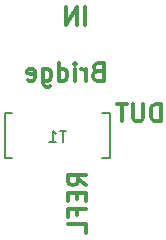
<source format=gbr>
G04 #@! TF.GenerationSoftware,KiCad,Pcbnew,no-vcs-found-01f5a12~58~ubuntu17.04.1*
G04 #@! TF.CreationDate,2017-04-20T18:40:21-07:00*
G04 #@! TF.ProjectId,Reflection_Bridge,5265666C656374696F6E5F4272696467,rev?*
G04 #@! TF.FileFunction,Legend,Bot*
G04 #@! TF.FilePolarity,Positive*
%FSLAX46Y46*%
G04 Gerber Fmt 4.6, Leading zero omitted, Abs format (unit mm)*
G04 Created by KiCad (PCBNEW no-vcs-found-01f5a12~58~ubuntu17.04.1) date Thu Apr 20 18:40:21 2017*
%MOMM*%
%LPD*%
G01*
G04 APERTURE LIST*
%ADD10C,0.100000*%
%ADD11C,0.300000*%
%ADD12C,0.150000*%
G04 APERTURE END LIST*
D10*
D11*
X85614285Y-62542857D02*
X85400000Y-62614285D01*
X85328571Y-62685714D01*
X85257142Y-62828571D01*
X85257142Y-63042857D01*
X85328571Y-63185714D01*
X85400000Y-63257142D01*
X85542857Y-63328571D01*
X86114285Y-63328571D01*
X86114285Y-61828571D01*
X85614285Y-61828571D01*
X85471428Y-61900000D01*
X85400000Y-61971428D01*
X85328571Y-62114285D01*
X85328571Y-62257142D01*
X85400000Y-62400000D01*
X85471428Y-62471428D01*
X85614285Y-62542857D01*
X86114285Y-62542857D01*
X84614285Y-63328571D02*
X84614285Y-62328571D01*
X84614285Y-62614285D02*
X84542857Y-62471428D01*
X84471428Y-62400000D01*
X84328571Y-62328571D01*
X84185714Y-62328571D01*
X83685714Y-63328571D02*
X83685714Y-62328571D01*
X83685714Y-61828571D02*
X83757142Y-61900000D01*
X83685714Y-61971428D01*
X83614285Y-61900000D01*
X83685714Y-61828571D01*
X83685714Y-61971428D01*
X82328571Y-63328571D02*
X82328571Y-61828571D01*
X82328571Y-63257142D02*
X82471428Y-63328571D01*
X82757142Y-63328571D01*
X82900000Y-63257142D01*
X82971428Y-63185714D01*
X83042857Y-63042857D01*
X83042857Y-62614285D01*
X82971428Y-62471428D01*
X82900000Y-62400000D01*
X82757142Y-62328571D01*
X82471428Y-62328571D01*
X82328571Y-62400000D01*
X80971428Y-62328571D02*
X80971428Y-63542857D01*
X81042857Y-63685714D01*
X81114285Y-63757142D01*
X81257142Y-63828571D01*
X81471428Y-63828571D01*
X81614285Y-63757142D01*
X80971428Y-63257142D02*
X81114285Y-63328571D01*
X81400000Y-63328571D01*
X81542857Y-63257142D01*
X81614285Y-63185714D01*
X81685714Y-63042857D01*
X81685714Y-62614285D01*
X81614285Y-62471428D01*
X81542857Y-62400000D01*
X81400000Y-62328571D01*
X81114285Y-62328571D01*
X80971428Y-62400000D01*
X79685714Y-63257142D02*
X79828571Y-63328571D01*
X80114285Y-63328571D01*
X80257142Y-63257142D01*
X80328571Y-63114285D01*
X80328571Y-62542857D01*
X80257142Y-62400000D01*
X80114285Y-62328571D01*
X79828571Y-62328571D01*
X79685714Y-62400000D01*
X79614285Y-62542857D01*
X79614285Y-62685714D01*
X80328571Y-62828571D01*
X84628571Y-72185714D02*
X83914285Y-71685714D01*
X84628571Y-71328571D02*
X83128571Y-71328571D01*
X83128571Y-71900000D01*
X83200000Y-72042857D01*
X83271428Y-72114285D01*
X83414285Y-72185714D01*
X83628571Y-72185714D01*
X83771428Y-72114285D01*
X83842857Y-72042857D01*
X83914285Y-71900000D01*
X83914285Y-71328571D01*
X83842857Y-72828571D02*
X83842857Y-73328571D01*
X84628571Y-73542857D02*
X84628571Y-72828571D01*
X83128571Y-72828571D01*
X83128571Y-73542857D01*
X83842857Y-74685714D02*
X83842857Y-74185714D01*
X84628571Y-74185714D02*
X83128571Y-74185714D01*
X83128571Y-74900000D01*
X84628571Y-76185714D02*
X84628571Y-75471428D01*
X83128571Y-75471428D01*
X90950000Y-66778571D02*
X90950000Y-65278571D01*
X90592857Y-65278571D01*
X90378571Y-65350000D01*
X90235714Y-65492857D01*
X90164285Y-65635714D01*
X90092857Y-65921428D01*
X90092857Y-66135714D01*
X90164285Y-66421428D01*
X90235714Y-66564285D01*
X90378571Y-66707142D01*
X90592857Y-66778571D01*
X90950000Y-66778571D01*
X89450000Y-65278571D02*
X89450000Y-66492857D01*
X89378571Y-66635714D01*
X89307142Y-66707142D01*
X89164285Y-66778571D01*
X88878571Y-66778571D01*
X88735714Y-66707142D01*
X88664285Y-66635714D01*
X88592857Y-66492857D01*
X88592857Y-65278571D01*
X88092857Y-65278571D02*
X87235714Y-65278571D01*
X87664285Y-66778571D02*
X87664285Y-65278571D01*
X84535714Y-58628571D02*
X84535714Y-57128571D01*
X83821428Y-58628571D02*
X83821428Y-57128571D01*
X82964285Y-58628571D01*
X82964285Y-57128571D01*
D12*
X86645000Y-66060000D02*
X86010000Y-66060000D01*
X86645000Y-69870000D02*
X86645000Y-66060000D01*
X86010000Y-69870000D02*
X86645000Y-69870000D01*
X77755000Y-66060000D02*
X78390000Y-66060000D01*
X77755000Y-69870000D02*
X77755000Y-66060000D01*
X78390000Y-69870000D02*
X77755000Y-69870000D01*
X82961904Y-67552380D02*
X82390476Y-67552380D01*
X82676190Y-68552380D02*
X82676190Y-67552380D01*
X81533333Y-68552380D02*
X82104761Y-68552380D01*
X81819047Y-68552380D02*
X81819047Y-67552380D01*
X81914285Y-67695238D01*
X82009523Y-67790476D01*
X82104761Y-67838095D01*
M02*

</source>
